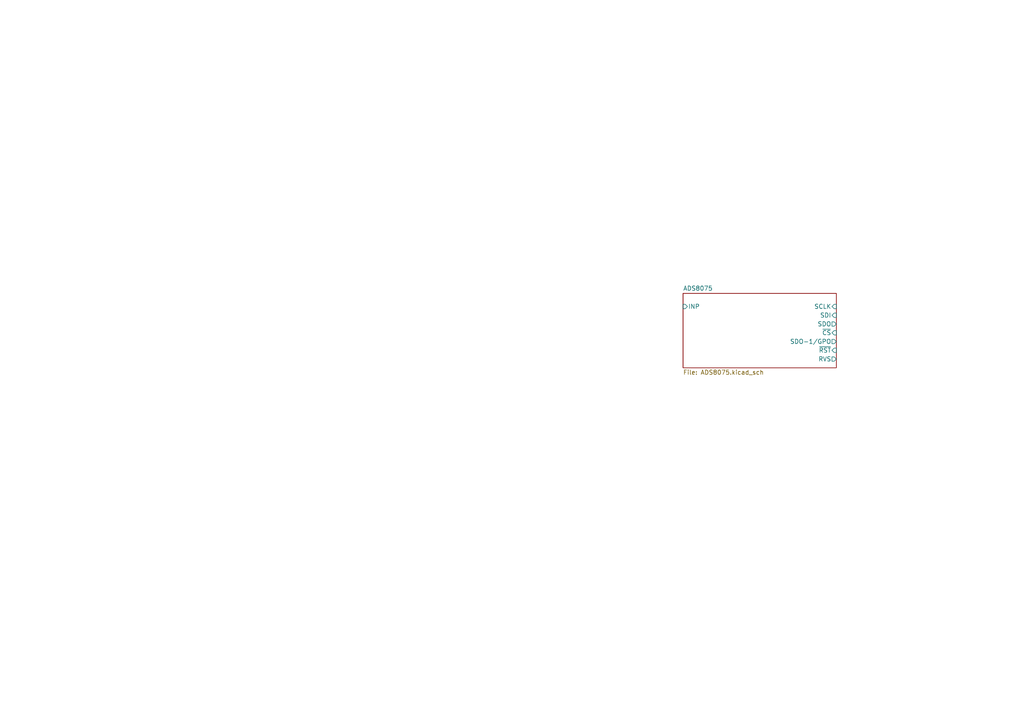
<source format=kicad_sch>
(kicad_sch (version 20230121) (generator eeschema)
  (paper "A4")
  (lib_symbols)
  (sheet (at 198.12 85.09) (size 44.45 21.59) (stroke (width 0.1524))
    (property "Sheetname" "ADS8075" (at 198.12 84.3784 0) (effects (justify left bottom)))
    (property "Sheetfile" "ADS8075.kicad_sch" (at 198.12 107.2646 0) (effects (justify left top)))
    (pin "INP" input (at 198.12 88.9 180))
    (pin "~{RST}" input (at 242.57 101.6 0))
    (pin "SDO" output (at 242.57 93.98 0))
    (pin "SDI" input (at 242.57 91.44 0))
    (pin "SCLK" input (at 242.57 88.9 0))
    (pin "~{CS}" input (at 242.57 96.52 0))
    (pin "SDO-1{slash}GPO" output (at 242.57 99.06 0))
    (pin "RVS" output (at 242.57 104.14 0))
  )
)
</source>
